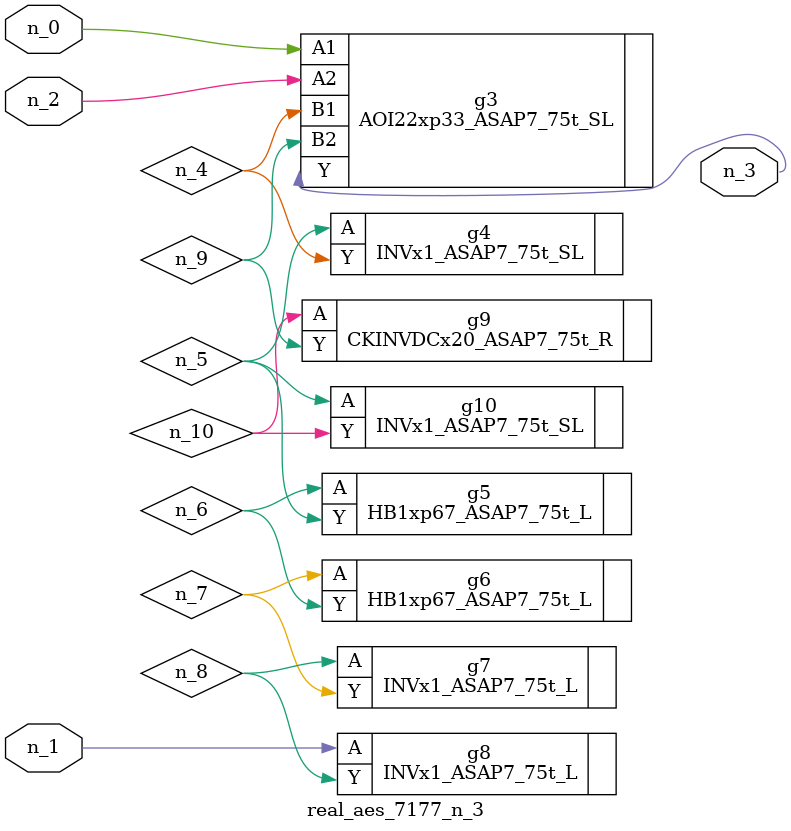
<source format=v>
module real_aes_7177_n_3 (n_0, n_2, n_1, n_3);
input n_0;
input n_2;
input n_1;
output n_3;
wire n_4;
wire n_5;
wire n_7;
wire n_9;
wire n_6;
wire n_8;
wire n_10;
AOI22xp33_ASAP7_75t_SL g3 ( .A1(n_0), .A2(n_2), .B1(n_4), .B2(n_9), .Y(n_3) );
INVx1_ASAP7_75t_L g8 ( .A(n_1), .Y(n_8) );
INVx1_ASAP7_75t_SL g4 ( .A(n_5), .Y(n_4) );
INVx1_ASAP7_75t_SL g10 ( .A(n_5), .Y(n_10) );
HB1xp67_ASAP7_75t_L g5 ( .A(n_6), .Y(n_5) );
HB1xp67_ASAP7_75t_L g6 ( .A(n_7), .Y(n_6) );
INVx1_ASAP7_75t_L g7 ( .A(n_8), .Y(n_7) );
CKINVDCx20_ASAP7_75t_R g9 ( .A(n_10), .Y(n_9) );
endmodule
</source>
